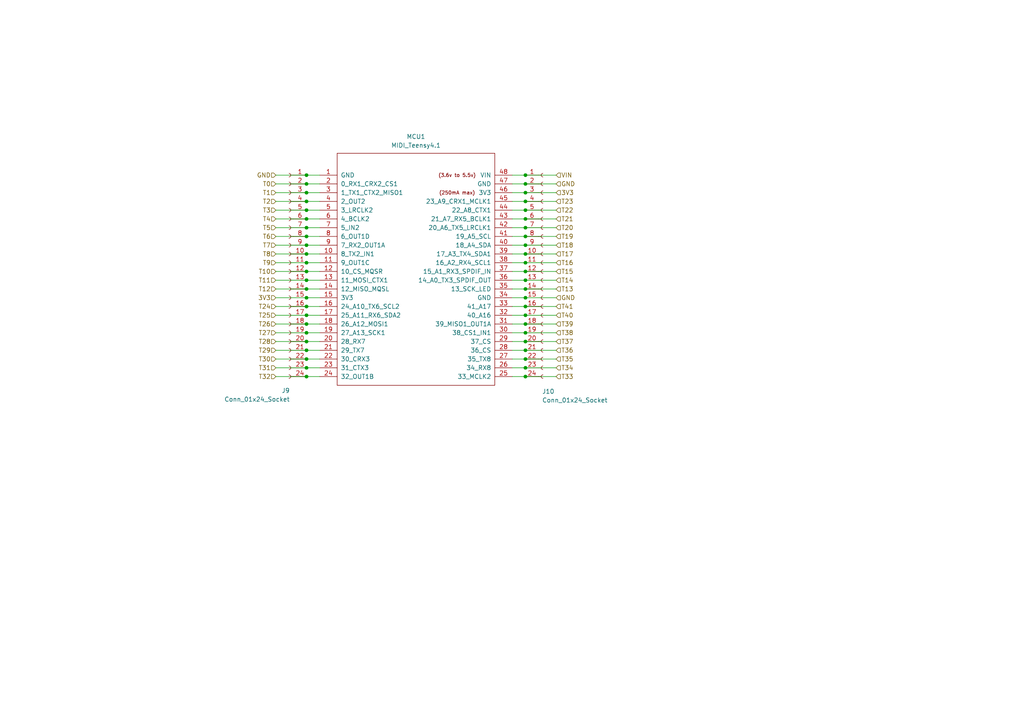
<source format=kicad_sch>
(kicad_sch (version 20250114) (generator "eeschema") (generator_version "9.0")
  (paper "A4")
  (lib_symbols
    (symbol "Connector:Conn_01x24_Socket" (pin_names (offset 1.016) (hide yes))
      (property "Reference" "J" (at 0 30.48 0))
      (property "Value" "Conn_01x24_Socket" (at 0 -33.02 0))
      (symbol "Conn_01x24_Socket_1_1"
        (polyline (pts (xy -1.27 27.94) (xy -0.508 27.94)) (stroke (width 0.1524)))
        (polyline (pts (xy -1.27 25.4) (xy -0.508 25.4)) (stroke (width 0.1524)))
        (polyline (pts (xy -1.27 22.86) (xy -0.508 22.86)) (stroke (width 0.1524)))
        (polyline (pts (xy -1.27 20.32) (xy -0.508 20.32)) (stroke (width 0.1524)))
        (polyline (pts (xy -1.27 17.78) (xy -0.508 17.78)) (stroke (width 0.1524)))
        (polyline (pts (xy -1.27 15.24) (xy -0.508 15.24)) (stroke (width 0.1524)))
        (polyline (pts (xy -1.27 12.7) (xy -0.508 12.7)) (stroke (width 0.1524)))
        (polyline (pts (xy -1.27 10.16) (xy -0.508 10.16)) (stroke (width 0.1524)))
        (polyline (pts (xy -1.27 7.62) (xy -0.508 7.62)) (stroke (width 0.1524)))
        (polyline (pts (xy -1.27 5.08) (xy -0.508 5.08)) (stroke (width 0.1524)))
        (polyline (pts (xy -1.27 2.54) (xy -0.508 2.54)) (stroke (width 0.1524)))
        (polyline (pts (xy -1.27 0) (xy -0.508 0)) (stroke (width 0.1524)))
        (polyline (pts (xy -1.27 -2.54) (xy -0.508 -2.54)) (stroke (width 0.1524)))
        (polyline (pts (xy -1.27 -5.08) (xy -0.508 -5.08)) (stroke (width 0.1524)))
        (polyline (pts (xy -1.27 -7.62) (xy -0.508 -7.62)) (stroke (width 0.1524)))
        (polyline (pts (xy -1.27 -10.16) (xy -0.508 -10.16)) (stroke (width 0.1524)))
        (polyline (pts (xy -1.27 -12.7) (xy -0.508 -12.7)) (stroke (width 0.1524)))
        (polyline (pts (xy -1.27 -15.24) (xy -0.508 -15.24)) (stroke (width 0.1524)))
        (polyline (pts (xy -1.27 -17.78) (xy -0.508 -17.78)) (stroke (width 0.1524)))
        (polyline (pts (xy -1.27 -20.32) (xy -0.508 -20.32)) (stroke (width 0.1524)))
        (polyline (pts (xy -1.27 -22.86) (xy -0.508 -22.86)) (stroke (width 0.1524)))
        (polyline (pts (xy -1.27 -25.4) (xy -0.508 -25.4)) (stroke (width 0.1524)))
        (polyline (pts (xy -1.27 -27.94) (xy -0.508 -27.94)) (stroke (width 0.1524)))
        (polyline (pts (xy -1.27 -30.48) (xy -0.508 -30.48)) (stroke (width 0.1524)))
        (arc (start 0 27.432) (mid -0.5058 27.94) (end 0 28.448) (stroke (width 0.1524)))
        (arc (start 0 24.892) (mid -0.5058 25.4) (end 0 25.908) (stroke (width 0.1524)))
        (arc (start 0 22.352) (mid -0.5058 22.86) (end 0 23.368) (stroke (width 0.1524)))
        (arc (start 0 19.812) (mid -0.5058 20.32) (end 0 20.828) (stroke (width 0.1524)))
        (arc (start 0 17.272) (mid -0.5058 17.78) (end 0 18.288) (stroke (width 0.1524)))
        (arc (start 0 14.732) (mid -0.5058 15.24) (end 0 15.748) (stroke (width 0.1524)))
        (arc (start 0 12.192) (mid -0.5058 12.7) (end 0 13.208) (stroke (width 0.1524)))
        (arc (start 0 9.652) (mid -0.5058 10.16) (end 0 10.668) (stroke (width 0.1524)))
        (arc (start 0 7.112) (mid -0.5058 7.62) (end 0 8.128) (stroke (width 0.1524)))
        (arc (start 0 4.572) (mid -0.5058 5.08) (end 0 5.588) (stroke (width 0.1524)))
        (arc (start 0 2.032) (mid -0.5058 2.54) (end 0 3.048) (stroke (width 0.1524)))
        (arc (start 0 -0.508) (mid -0.5058 0) (end 0 0.508) (stroke (width 0.1524)))
        (arc (start 0 -3.048) (mid -0.5058 -2.54) (end 0 -2.032) (stroke (width 0.1524)))
        (arc (start 0 -5.588) (mid -0.5058 -5.08) (end 0 -4.572) (stroke (width 0.1524)))
        (arc (start 0 -8.128) (mid -0.5058 -7.62) (end 0 -7.112) (stroke (width 0.1524)))
        (arc (start 0 -10.668) (mid -0.5058 -10.16) (end 0 -9.652) (stroke (width 0.1524)))
        (arc (start 0 -13.208) (mid -0.5058 -12.7) (end 0 -12.192) (stroke (width 0.1524)))
        (arc (start 0 -15.748) (mid -0.5058 -15.24) (end 0 -14.732) (stroke (width 0.1524)))
        (arc (start 0 -18.288) (mid -0.5058 -17.78) (end 0 -17.272) (stroke (width 0.1524)))
        (arc (start 0 -20.828) (mid -0.5058 -20.32) (end 0 -19.812) (stroke (width 0.1524)))
        (arc (start 0 -23.368) (mid -0.5058 -22.86) (end 0 -22.352) (stroke (width 0.1524)))
        (arc (start 0 -25.908) (mid -0.5058 -25.4) (end 0 -24.892) (stroke (width 0.1524)))
        (arc (start 0 -28.448) (mid -0.5058 -27.94) (end 0 -27.432) (stroke (width 0.1524)))
        (arc (start 0 -30.988) (mid -0.5058 -30.48) (end 0 -29.972) (stroke (width 0.1524)))
        (pin passive line (at -5.08 27.94 0) (length 3.81) (name "Pin_1") (number "1"))
        (pin passive line (at -5.08 25.4 0) (length 3.81) (name "Pin_2") (number "2"))
        (pin passive line (at -5.08 22.86 0) (length 3.81) (name "Pin_3") (number "3"))
        (pin passive line (at -5.08 20.32 0) (length 3.81) (name "Pin_4") (number "4"))
        (pin passive line (at -5.08 17.78 0) (length 3.81) (name "Pin_5") (number "5"))
        (pin passive line (at -5.08 15.24 0) (length 3.81) (name "Pin_6") (number "6"))
        (pin passive line (at -5.08 12.7 0) (length 3.81) (name "Pin_7") (number "7"))
        (pin passive line (at -5.08 10.16 0) (length 3.81) (name "Pin_8") (number "8"))
        (pin passive line (at -5.08 7.62 0) (length 3.81) (name "Pin_9") (number "9"))
        (pin passive line (at -5.08 5.08 0) (length 3.81) (name "Pin_10") (number "10"))
        (pin passive line (at -5.08 2.54 0) (length 3.81) (name "Pin_11") (number "11"))
        (pin passive line (at -5.08 0 0) (length 3.81) (name "Pin_12") (number "12"))
        (pin passive line (at -5.08 -2.54 0) (length 3.81) (name "Pin_13") (number "13"))
        (pin passive line (at -5.08 -5.08 0) (length 3.81) (name "Pin_14") (number "14"))
        (pin passive line (at -5.08 -7.62 0) (length 3.81) (name "Pin_15") (number "15"))
        (pin passive line (at -5.08 -10.16 0) (length 3.81) (name "Pin_16") (number "16"))
        (pin passive line (at -5.08 -12.7 0) (length 3.81) (name "Pin_17") (number "17"))
        (pin passive line (at -5.08 -15.24 0) (length 3.81) (name "Pin_18") (number "18"))
        (pin passive line (at -5.08 -17.78 0) (length 3.81) (name "Pin_19") (number "19"))
        (pin passive line (at -5.08 -20.32 0) (length 3.81) (name "Pin_20") (number "20"))
        (pin passive line (at -5.08 -22.86 0) (length 3.81) (name "Pin_21") (number "21"))
        (pin passive line (at -5.08 -25.4 0) (length 3.81) (name "Pin_22") (number "22"))
        (pin passive line (at -5.08 -27.94 0) (length 3.81) (name "Pin_23") (number "23"))
        (pin passive line (at -5.08 -30.48 0) (length 3.81) (name "Pin_24") (number "24"))
      )
    )
    (symbol "midi_controller:MIDI_Teensy4.1" (pin_names (offset 1.016))
      (property "Reference" "MCU" (at 0 36.322 0))
      (property "Value" "MIDI_Teensy4.1" (at 0 33.782 0))
      (symbol "MIDI_Teensy4.1_0_0"
        (text "(3.6v to 5.5v)" (at 11.938 25.4 0) (effects (font (size 1.016 1.016))))
        (text "(250mA max)" (at 11.938 20.32 0) (effects (font (size 1.016 1.016))))
        (pin bidirectional line (at -27.94 15.24 0) (length 5.08) (name "3_LRCLK2") (number "5"))
        (pin bidirectional line (at -27.94 12.7 0) (length 5.08) (name "4_BCLK2") (number "6"))
        (pin bidirectional line (at -27.94 10.16 0) (length 5.08) (name "5_IN2") (number "7"))
        (pin bidirectional line (at -27.94 7.62 0) (length 5.08) (name "6_OUT1D") (number "8"))
        (pin bidirectional line (at -27.94 5.08 0) (length 5.08) (name "7_RX2_OUT1A") (number "9"))
        (pin bidirectional line (at -27.94 2.54 0) (length 5.08) (name "8_TX2_IN1") (number "10"))
        (pin bidirectional line (at -27.94 0 0) (length 5.08) (name "9_OUT1C") (number "11"))
        (pin bidirectional line (at -27.94 -2.54 0) (length 5.08) (name "10_CS_MQSR") (number "12"))
        (pin bidirectional line (at -27.94 -5.08 0) (length 5.08) (name "11_MOSI_CTX1") (number "13"))
        (pin bidirectional line (at -27.94 -7.62 0) (length 5.08) (name "12_MISO_MQSL") (number "14"))
        (pin bidirectional line (at -27.94 -12.7 0) (length 5.08) (name "24_A10_TX6_SCL2") (number "16"))
        (pin bidirectional line (at -27.94 -15.24 0) (length 5.08) (name "25_A11_RX6_SDA2") (number "17"))
        (pin bidirectional line (at -27.94 -17.78 0) (length 5.08) (name "26_A12_MOSI1") (number "18"))
        (pin bidirectional line (at -27.94 -20.32 0) (length 5.08) (name "27_A13_SCK1") (number "19"))
        (pin bidirectional line (at -27.94 -22.86 0) (length 5.08) (name "28_RX7") (number "20"))
        (pin bidirectional line (at -27.94 -25.4 0) (length 5.08) (name "29_TX7") (number "21"))
        (pin bidirectional line (at -27.94 -27.94 0) (length 5.08) (name "30_CRX3") (number "22"))
        (pin bidirectional line (at -27.94 -30.48 0) (length 5.08) (name "31_CTX3") (number "23"))
        (pin bidirectional line (at -27.94 -33.02 0) (length 5.08) (name "32_OUT1B") (number "24"))
        (pin bidirectional line (at 27.94 17.78 180) (length 5.08) (name "23_A9_CRX1_MCLK1") (number "45"))
        (pin bidirectional line (at 27.94 15.24 180) (length 5.08) (name "22_A8_CTX1") (number "44"))
        (pin bidirectional line (at 27.94 12.7 180) (length 5.08) (name "21_A7_RX5_BCLK1") (number "43"))
        (pin bidirectional line (at 27.94 10.16 180) (length 5.08) (name "20_A6_TX5_LRCLK1") (number "42"))
        (pin bidirectional line (at 27.94 7.62 180) (length 5.08) (name "19_A5_SCL") (number "41"))
        (pin bidirectional line (at 27.94 5.08 180) (length 5.08) (name "18_A4_SDA") (number "40"))
        (pin bidirectional line (at 27.94 2.54 180) (length 5.08) (name "17_A3_TX4_SDA1") (number "39"))
        (pin bidirectional line (at 27.94 0 180) (length 5.08) (name "16_A2_RX4_SCL1") (number "38"))
        (pin bidirectional line (at 27.94 -2.54 180) (length 5.08) (name "15_A1_RX3_SPDIF_IN") (number "37"))
        (pin bidirectional line (at 27.94 -5.08 180) (length 5.08) (name "14_A0_TX3_SPDIF_OUT") (number "36"))
        (pin bidirectional line (at 27.94 -7.62 180) (length 5.08) (name "13_SCK_LED") (number "35"))
        (pin bidirectional line (at 27.94 -12.7 180) (length 5.08) (name "41_A17") (number "33"))
        (pin bidirectional line (at 27.94 -15.24 180) (length 5.08) (name "40_A16") (number "32"))
        (pin bidirectional line (at 27.94 -17.78 180) (length 5.08) (name "39_MISO1_OUT1A") (number "31"))
        (pin bidirectional line (at 27.94 -20.32 180) (length 5.08) (name "38_CS1_IN1") (number "30"))
        (pin bidirectional line (at 27.94 -22.86 180) (length 5.08) (name "37_CS") (number "29"))
        (pin bidirectional line (at 27.94 -25.4 180) (length 5.08) (name "36_CS") (number "28"))
        (pin bidirectional line (at 27.94 -27.94 180) (length 5.08) (name "35_TX8") (number "27"))
        (pin bidirectional line (at 27.94 -30.48 180) (length 5.08) (name "34_RX8") (number "26"))
        (pin bidirectional line (at 27.94 -33.02 180) (length 5.08) (name "33_MCLK2") (number "25"))
      )
      (symbol "MIDI_Teensy4.1_0_1"
        (rectangle (start -25.4 -30.48) (end -25.4 -30.48))
        (rectangle (start -22.86 31.75) (end 22.86 -35.56))
      )
      (symbol "MIDI_Teensy4.1_1_0"
        (pin passive line (at -27.94 -10.16 0) (length 5.08) (name "3V3") (number "15"))
        (pin power_in line (at 27.94 25.4 180) (length 5.08) (name "VIN") (number "48"))
        (pin power_in line (at 27.94 22.86 180) (length 5.08) (name "GND") (number "47"))
        (pin power_in line (at 27.94 20.32 180) (length 5.08) (name "3V3") (number "46"))
      )
      (symbol "MIDI_Teensy4.1_1_1"
        (pin power_in line (at -27.94 25.4 0) (length 5.08) (name "GND") (number "1"))
        (pin bidirectional line (at -27.94 22.86 0) (length 5.08) (name "0_RX1_CRX2_CS1") (number "2"))
        (pin bidirectional line (at -27.94 20.32 0) (length 5.08) (name "1_TX1_CTX2_MISO1") (number "3"))
        (pin bidirectional line (at -27.94 17.78 0) (length 5.08) (name "2_OUT2") (number "4"))
        (pin power_in line (at 27.94 -10.16 180) (length 5.08) (name "GND") (number "34"))
      )
    )
  )
  (junction (at 152.4 109.22))
  (junction (at 88.9 78.74))
  (junction (at 88.9 53.34))
  (junction (at 152.4 76.2))
  (junction (at 88.9 68.58))
  (junction (at 152.4 55.88))
  (junction (at 88.9 66.04))
  (junction (at 152.4 104.14))
  (junction (at 88.9 73.66))
  (junction (at 88.9 55.88))
  (junction (at 88.9 96.52))
  (junction (at 152.4 58.42))
  (junction (at 152.4 73.66))
  (junction (at 152.4 101.6))
  (junction (at 152.4 53.34))
  (junction (at 152.4 63.5))
  (junction (at 88.9 58.42))
  (junction (at 88.9 71.12))
  (junction (at 88.9 109.22))
  (junction (at 152.4 83.82))
  (junction (at 152.4 91.44))
  (junction (at 152.4 99.06))
  (junction (at 88.9 106.68))
  (junction (at 152.4 78.74))
  (junction (at 88.9 99.06))
  (junction (at 152.4 93.98))
  (junction (at 152.4 88.9))
  (junction (at 88.9 76.2))
  (junction (at 88.9 50.8))
  (junction (at 88.9 93.98))
  (junction (at 152.4 50.8))
  (junction (at 152.4 81.28))
  (junction (at 152.4 106.68))
  (junction (at 152.4 66.04))
  (junction (at 88.9 88.9))
  (junction (at 88.9 101.6))
  (junction (at 88.9 91.44))
  (junction (at 152.4 68.58))
  (junction (at 88.9 60.96))
  (junction (at 88.9 81.28))
  (junction (at 88.9 83.82))
  (junction (at 88.9 104.14))
  (junction (at 152.4 86.36))
  (junction (at 88.9 63.5))
  (junction (at 152.4 60.96))
  (junction (at 152.4 96.52))
  (junction (at 152.4 71.12))
  (junction (at 88.9 86.36))
  (wire (pts (xy 80.01 68.58) (xy 88.9 68.58)))
  (wire (pts (xy 88.9 86.36) (xy 92.71 86.36)))
  (wire (pts (xy 88.9 83.82) (xy 92.71 83.82)))
  (wire (pts (xy 88.9 81.28) (xy 92.71 81.28)))
  (wire (pts (xy 161.29 71.12) (xy 152.4 71.12)))
  (wire (pts (xy 80.01 73.66) (xy 88.9 73.66)))
  (wire (pts (xy 80.01 50.8) (xy 88.9 50.8)))
  (wire (pts (xy 88.9 73.66) (xy 92.71 73.66)))
  (wire (pts (xy 148.59 68.58) (xy 152.4 68.58)))
  (wire (pts (xy 148.59 76.2) (xy 152.4 76.2)))
  (wire (pts (xy 161.29 78.74) (xy 152.4 78.74)))
  (wire (pts (xy 161.29 63.5) (xy 152.4 63.5)))
  (wire (pts (xy 80.01 88.9) (xy 88.9 88.9)))
  (wire (pts (xy 148.59 99.06) (xy 152.4 99.06)))
  (wire (pts (xy 148.59 91.44) (xy 152.4 91.44)))
  (wire (pts (xy 161.29 101.6) (xy 152.4 101.6)))
  (wire (pts (xy 88.9 60.96) (xy 92.71 60.96)))
  (wire (pts (xy 148.59 50.8) (xy 152.4 50.8)))
  (wire (pts (xy 88.9 96.52) (xy 92.71 96.52)))
  (wire (pts (xy 148.59 55.88) (xy 152.4 55.88)))
  (wire (pts (xy 148.59 83.82) (xy 152.4 83.82)))
  (wire (pts (xy 161.29 81.28) (xy 152.4 81.28)))
  (wire (pts (xy 88.9 106.68) (xy 92.71 106.68)))
  (wire (pts (xy 152.4 53.34) (xy 161.29 53.34)))
  (wire (pts (xy 148.59 78.74) (xy 152.4 78.74)))
  (wire (pts (xy 148.59 53.34) (xy 152.4 53.34)))
  (wire (pts (xy 161.29 104.14) (xy 152.4 104.14)))
  (wire (pts (xy 148.59 106.68) (xy 152.4 106.68)))
  (wire (pts (xy 80.01 93.98) (xy 88.9 93.98)))
  (wire (pts (xy 148.59 58.42) (xy 152.4 58.42)))
  (wire (pts (xy 148.59 88.9) (xy 152.4 88.9)))
  (wire (pts (xy 80.01 81.28) (xy 88.9 81.28)))
  (wire (pts (xy 148.59 63.5) (xy 152.4 63.5)))
  (wire (pts (xy 80.01 58.42) (xy 88.9 58.42)))
  (wire (pts (xy 80.01 63.5) (xy 88.9 63.5)))
  (wire (pts (xy 88.9 99.06) (xy 92.71 99.06)))
  (wire (pts (xy 88.9 53.34) (xy 92.71 53.34)))
  (wire (pts (xy 161.29 86.36) (xy 152.4 86.36)))
  (wire (pts (xy 161.29 50.8) (xy 152.4 50.8)))
  (wire (pts (xy 80.01 86.36) (xy 88.9 86.36)))
  (wire (pts (xy 161.29 99.06) (xy 152.4 99.06)))
  (wire (pts (xy 80.01 104.14) (xy 88.9 104.14)))
  (wire (pts (xy 80.01 76.2) (xy 88.9 76.2)))
  (wire (pts (xy 80.01 78.74) (xy 88.9 78.74)))
  (wire (pts (xy 161.29 96.52) (xy 152.4 96.52)))
  (wire (pts (xy 88.9 63.5) (xy 92.71 63.5)))
  (wire (pts (xy 80.01 83.82) (xy 88.9 83.82)))
  (wire (pts (xy 148.59 66.04) (xy 152.4 66.04)))
  (wire (pts (xy 161.29 93.98) (xy 152.4 93.98)))
  (wire (pts (xy 88.9 71.12) (xy 92.71 71.12)))
  (wire (pts (xy 80.01 96.52) (xy 88.9 96.52)))
  (wire (pts (xy 148.59 73.66) (xy 152.4 73.66)))
  (wire (pts (xy 88.9 101.6) (xy 92.71 101.6)))
  (wire (pts (xy 161.29 109.22) (xy 152.4 109.22)))
  (wire (pts (xy 80.01 99.06) (xy 88.9 99.06)))
  (wire (pts (xy 80.01 55.88) (xy 88.9 55.88)))
  (wire (pts (xy 161.29 106.68) (xy 152.4 106.68)))
  (wire (pts (xy 161.29 60.96) (xy 152.4 60.96)))
  (wire (pts (xy 88.9 58.42) (xy 92.71 58.42)))
  (wire (pts (xy 88.9 93.98) (xy 92.71 93.98)))
  (wire (pts (xy 88.9 78.74) (xy 92.71 78.74)))
  (wire (pts (xy 152.4 55.88) (xy 161.29 55.88)))
  (wire (pts (xy 161.29 91.44) (xy 152.4 91.44)))
  (wire (pts (xy 88.9 91.44) (xy 92.71 91.44)))
  (wire (pts (xy 161.29 66.04) (xy 152.4 66.04)))
  (wire (pts (xy 161.29 88.9) (xy 152.4 88.9)))
  (wire (pts (xy 148.59 60.96) (xy 152.4 60.96)))
  (wire (pts (xy 148.59 109.22) (xy 152.4 109.22)))
  (wire (pts (xy 88.9 76.2) (xy 92.71 76.2)))
  (wire (pts (xy 88.9 68.58) (xy 92.71 68.58)))
  (wire (pts (xy 80.01 53.34) (xy 88.9 53.34)))
  (wire (pts (xy 88.9 104.14) (xy 92.71 104.14)))
  (wire (pts (xy 80.01 101.6) (xy 88.9 101.6)))
  (wire (pts (xy 152.4 58.42) (xy 161.29 58.42)))
  (wire (pts (xy 148.59 86.36) (xy 152.4 86.36)))
  (wire (pts (xy 88.9 66.04) (xy 92.71 66.04)))
  (wire (pts (xy 161.29 83.82) (xy 152.4 83.82)))
  (wire (pts (xy 88.9 109.22) (xy 92.71 109.22)))
  (wire (pts (xy 88.9 88.9) (xy 92.71 88.9)))
  (wire (pts (xy 80.01 71.12) (xy 88.9 71.12)))
  (wire (pts (xy 88.9 50.8) (xy 92.71 50.8)))
  (wire (pts (xy 88.9 55.88) (xy 92.71 55.88)))
  (wire (pts (xy 148.59 71.12) (xy 152.4 71.12)))
  (wire (pts (xy 161.29 76.2) (xy 152.4 76.2)))
  (wire (pts (xy 152.4 73.66) (xy 161.29 73.66)))
  (wire (pts (xy 148.59 104.14) (xy 152.4 104.14)))
  (wire (pts (xy 80.01 60.96) (xy 88.9 60.96)))
  (wire (pts (xy 161.29 68.58) (xy 152.4 68.58)))
  (wire (pts (xy 148.59 81.28) (xy 152.4 81.28)))
  (wire (pts (xy 80.01 109.22) (xy 88.9 109.22)))
  (wire (pts (xy 148.59 96.52) (xy 152.4 96.52)))
  (wire (pts (xy 80.01 66.04) (xy 88.9 66.04)))
  (wire (pts (xy 80.01 106.68) (xy 88.9 106.68)))
  (wire (pts (xy 148.59 101.6) (xy 152.4 101.6)))
  (wire (pts (xy 80.01 91.44) (xy 88.9 91.44)))
  (wire (pts (xy 148.59 93.98) (xy 152.4 93.98)))
  (hierarchical_label "T12" (shape input) (at 80.01 83.82 180))
  (hierarchical_label "T6" (shape input) (at 80.01 68.58 180))
  (hierarchical_label "T5" (shape input) (at 80.01 66.04 180))
  (hierarchical_label "GND" (shape input) (at 80.01 50.8 180))
  (hierarchical_label "3V3" (shape input) (at 80.01 86.36 180))
  (hierarchical_label "T34" (shape input) (at 161.29 106.68 0))
  (hierarchical_label "T2" (shape input) (at 80.01 58.42 180))
  (hierarchical_label "T38" (shape input) (at 161.29 96.52 0))
  (hierarchical_label "GND" (shape input) (at 161.29 86.36 0))
  (hierarchical_label "3V3" (shape input) (at 161.29 55.88 0))
  (hierarchical_label "T8" (shape input) (at 80.01 73.66 180))
  (hierarchical_label "T15" (shape input) (at 161.29 78.74 0))
  (hierarchical_label "T29" (shape input) (at 80.01 101.6 180))
  (hierarchical_label "VIN" (shape input) (at 161.29 50.8 0))
  (hierarchical_label "T28" (shape input) (at 80.01 99.06 180))
  (hierarchical_label "T19" (shape input) (at 161.29 68.58 0))
  (hierarchical_label "T33" (shape input) (at 161.29 109.22 0))
  (hierarchical_label "T14" (shape input) (at 161.29 81.28 0))
  (hierarchical_label "T39" (shape input) (at 161.29 93.98 0))
  (hierarchical_label "T17" (shape input) (at 161.29 73.66 0))
  (hierarchical_label "T30" (shape input) (at 80.01 104.14 180))
  (hierarchical_label "T40" (shape input) (at 161.29 91.44 0))
  (hierarchical_label "T22" (shape input) (at 161.29 60.96 0))
  (hierarchical_label "T3" (shape input) (at 80.01 60.96 180))
  (hierarchical_label "T18" (shape input) (at 161.29 71.12 0))
  (hierarchical_label "T41" (shape input) (at 161.29 88.9 0))
  (hierarchical_label "T35" (shape input) (at 161.29 104.14 0))
  (hierarchical_label "T0" (shape input) (at 80.01 53.34 180))
  (hierarchical_label "T1" (shape input) (at 80.01 55.88 180))
  (hierarchical_label "T7" (shape input) (at 80.01 71.12 180))
  (hierarchical_label "GND" (shape input) (at 161.29 53.34 0))
  (hierarchical_label "T21" (shape input) (at 161.29 63.5 0))
  (hierarchical_label "T26" (shape input) (at 80.01 93.98 180))
  (hierarchical_label "T9" (shape input) (at 80.01 76.2 180))
  (hierarchical_label "T27" (shape input) (at 80.01 96.52 180))
  (hierarchical_label "T32" (shape input) (at 80.01 109.22 180))
  (hierarchical_label "T16" (shape input) (at 161.29 76.2 0))
  (hierarchical_label "T4" (shape input) (at 80.01 63.5 180))
  (hierarchical_label "T11" (shape input) (at 80.01 81.28 180))
  (hierarchical_label "T10" (shape input) (at 80.01 78.74 180))
  (hierarchical_label "T37" (shape input) (at 161.29 99.06 0))
  (hierarchical_label "T25" (shape input) (at 80.01 91.44 180))
  (hierarchical_label "T23" (shape input) (at 161.29 58.42 0))
  (hierarchical_label "T20" (shape input) (at 161.29 66.04 0))
  (hierarchical_label "T31" (shape input) (at 80.01 106.68 180))
  (hierarchical_label "T13" (shape input) (at 161.29 83.82 0))
  (hierarchical_label "T36" (shape input) (at 161.29 101.6 0))
  (hierarchical_label "T24" (shape input) (at 80.01 88.9 180))
  (symbol (lib_id "Connector:Conn_01x24_Socket") (at 83.82 78.74 0) (mirror y) (unit 1)
    (property "Reference" "J9" (at 84.074 113.284 0) (effects (justify left)))
    (property "Value" "Conn_01x24_Socket" (at 84.074 115.824 0) (effects (justify left)))
    (property "Footprint" "Connector_PinSocket_2.54mm:PinSocket_1x24_P2.54mm_Vertical" (effects (hide yes)))
    (property "Description" "Generic connector, single row, 01x24, script generated" (effects (hide yes)))
  )
  (symbol (lib_id "Connector:Conn_01x24_Socket") (at 157.48 78.74 0) (unit 1)
    (property "Reference" "J10" (at 157.226 113.538 0) (effects (justify left)))
    (property "Value" "Conn_01x24_Socket" (at 157.226 116.078 0) (effects (justify left)))
    (property "Footprint" "Connector_PinSocket_2.54mm:PinSocket_1x24_P2.54mm_Vertical" (effects (hide yes)))
    (property "Description" "Generic connector, single row, 01x24, script generated" (effects (hide yes)))
  )
  (symbol (lib_id "midi_controller:MIDI_Teensy4.1") (at 120.65 76.2 0) (unit 1) (on_board no)
    (property "Reference" "MCU1" (at 120.65 39.624 0))
    (property "Value" "MIDI_Teensy4.1" (at 120.65 42.164 0))
    (property "Footprint" "midi_controller:Teensy41" (effects (hide yes)))
    (property "Datasheet" "https://www.pjrc.com/store/teensy41.html" (effects (hide yes)))
    (property "Description" "Teensy 4.1 - ARM Cortex-M7 600MHz microcontroller for MIDI applications" (effects (hide yes)))
  )
)
</source>
